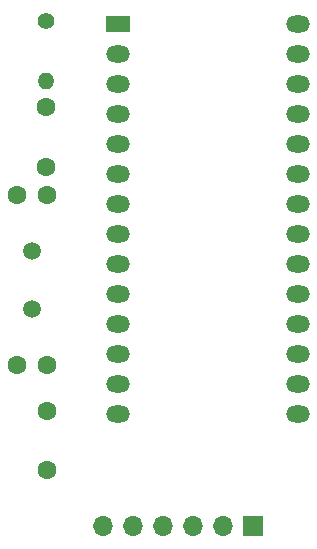
<source format=gbr>
%TF.GenerationSoftware,KiCad,Pcbnew,(6.0.4)*%
%TF.CreationDate,2022-05-04T17:58:45+02:00*%
%TF.ProjectId,dip28,64697032-382e-46b6-9963-61645f706362,1.0*%
%TF.SameCoordinates,Original*%
%TF.FileFunction,Soldermask,Bot*%
%TF.FilePolarity,Negative*%
%FSLAX46Y46*%
G04 Gerber Fmt 4.6, Leading zero omitted, Abs format (unit mm)*
G04 Created by KiCad (PCBNEW (6.0.4)) date 2022-05-04 17:58:45*
%MOMM*%
%LPD*%
G01*
G04 APERTURE LIST*
%ADD10O,2.000000X1.440000*%
%ADD11R,2.000000X1.440000*%
%ADD12C,1.600000*%
%ADD13R,1.700000X1.700000*%
%ADD14O,1.700000X1.700000*%
%ADD15C,1.500000*%
%ADD16C,1.400000*%
%ADD17O,1.400000X1.400000*%
G04 APERTURE END LIST*
D10*
%TO.C,U1*%
X127115000Y-112960000D03*
X127115000Y-115500000D03*
X127115000Y-118040000D03*
X127115000Y-120580000D03*
X127115000Y-123120000D03*
X127115000Y-125660000D03*
X127115000Y-128200000D03*
X127115000Y-130740000D03*
X127115000Y-133280000D03*
X127115000Y-135820000D03*
X127115000Y-138360000D03*
X127115000Y-140900000D03*
X127115000Y-143440000D03*
X127115000Y-145980000D03*
X111875000Y-145980000D03*
X111875000Y-143440000D03*
X111875000Y-140900000D03*
X111875000Y-138360000D03*
X111875000Y-135820000D03*
X111875000Y-133280000D03*
X111875000Y-130740000D03*
X111875000Y-128200000D03*
X111875000Y-125660000D03*
X111875000Y-123120000D03*
X111875000Y-120580000D03*
X111875000Y-118040000D03*
X111875000Y-115500000D03*
D11*
X111875000Y-112960000D03*
%TD*%
D12*
%TO.C,C4*%
X105850000Y-141800000D03*
X103350000Y-141800000D03*
%TD*%
%TO.C,C3*%
X105850000Y-127400000D03*
X103350000Y-127400000D03*
%TD*%
%TO.C,C2*%
X105860000Y-150660000D03*
X105860000Y-145660000D03*
%TD*%
%TO.C,C1*%
X105800000Y-120000000D03*
X105800000Y-125000000D03*
%TD*%
D13*
%TO.C,J1*%
X123350000Y-155425000D03*
D14*
X120810000Y-155425000D03*
X118270000Y-155425000D03*
X115730000Y-155425000D03*
X113190000Y-155425000D03*
X110650000Y-155425000D03*
%TD*%
D15*
%TO.C,Y1*%
X104600000Y-137050000D03*
X104600000Y-132170000D03*
%TD*%
D16*
%TO.C,R1*%
X105800000Y-112660000D03*
D17*
X105800000Y-117740000D03*
%TD*%
M02*

</source>
